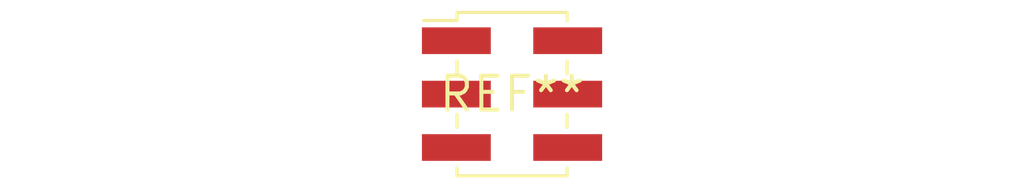
<source format=kicad_pcb>
(kicad_pcb (version 20240108) (generator pcbnew)
  (layers (0 "F.Cu" signal) (31 "B.Cu" signal) (34 "B.Paste" user) (35 "F.Paste" user) (36 "B.SilkS" user "B.Silkscreen") (37 "F.SilkS" user "F.Silkscreen") (38 "B.Mask" user) (39 "F.Mask" user) (44 "Edge.Cuts" user))
  (net 0 "")
  (footprint "PinHeader_2x03_P2.00mm_Vertical_SMD" (layer "F.Cu") (at 0 0)
    (property "Reference" "REF**")
    (property "Value" "PinHeader_2x03_P2.00mm_Vertical_SMD")
    (fp_line (start -3.315 -2.76) (end -2.06 -2.76) (layer "F.SilkS") (stroke (width 0.12)))
    (fp_line (start -2.06 -3.06) (end -2.06 -2.76) (layer "F.SilkS") (stroke (width 0.12)))
    (fp_line (start -2.06 -3.06) (end 2.06 -3.06) (layer "F.SilkS") (stroke (width 0.12)))
    (fp_line (start -2.06 -1.24) (end -2.06 -0.76) (layer "F.SilkS") (stroke (width 0.12)))
    (fp_line (start -2.06 0.76) (end -2.06 1.24) (layer "F.SilkS") (stroke (width 0.12)))
    (fp_line (start -2.06 2.76) (end -2.06 3.06) (layer "F.SilkS") (stroke (width 0.12)))
    (fp_line (start -2.06 3.06) (end 2.06 3.06) (layer "F.SilkS") (stroke (width 0.12)))
    (fp_line (start 2.06 -3.06) (end 2.06 -2.76) (layer "F.SilkS") (stroke (width 0.12)))
    (fp_line (start 2.06 -1.24) (end 2.06 -0.76) (layer "F.SilkS") (stroke (width 0.12)))
    (fp_line (start 2.06 0.76) (end 2.06 1.24) (layer "F.SilkS") (stroke (width 0.12)))
    (fp_line (start 2.06 2.76) (end 2.06 3.06) (layer "F.SilkS") (stroke (width 0.12)))
    (pad "1" smd rect (at -2.085 -2) (size 2.58 1) (layers "F.Cu" "F.Paste" "F.Mask"))
    (pad "2" smd rect (at 2.085 -2) (size 2.58 1) (layers "F.Cu" "F.Paste" "F.Mask"))
    (pad "3" smd rect (at -2.085 0) (size 2.58 1) (layers "F.Cu" "F.Paste" "F.Mask"))
    (pad "4" smd rect (at 2.085 0) (size 2.58 1) (layers "F.Cu" "F.Paste" "F.Mask"))
    (pad "5" smd rect (at -2.085 2) (size 2.58 1) (layers "F.Cu" "F.Paste" "F.Mask"))
    (pad "6" smd rect (at 2.085 2) (size 2.58 1) (layers "F.Cu" "F.Paste" "F.Mask"))
  )
)
</source>
